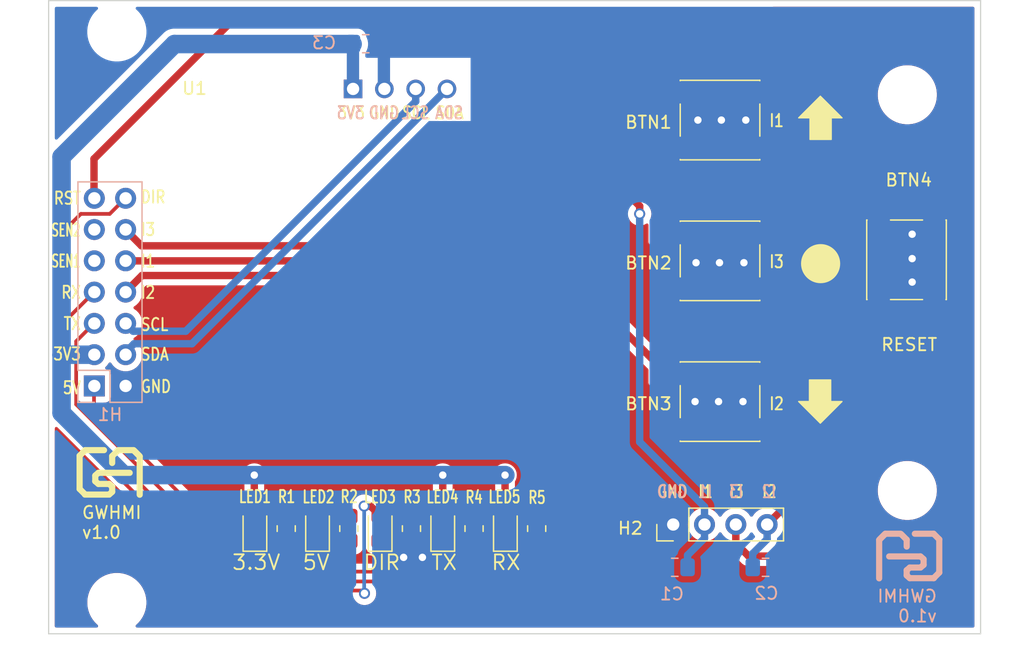
<source format=kicad_pcb>
(kicad_pcb (version 20240108) (generator "pcbnew") (generator_version "8.0")
  (layers (0 "F.Cu" signal) (31 "B.Cu" signal) (34 "B.Paste" user) (35 "F.Paste" user) (36 "B.SilkS" user "B.Silkscreen") (37 "F.SilkS" user "F.Silkscreen") (38 "B.Mask" user) (39 "F.Mask" user) (44 "Edge.Cuts" user))
  (net 0 "")
  (net 1 "I1")
  (net 2 "GND")
  (net 3 "I3")
  (net 4 "I2")
  (net 5 "RST")
  (net 6 "+3.3V")
  (net 7 "+5V")
  (net 8 "DIR")
  (net 9 "RX")
  (net 10 "SEN1")
  (net 11 "SEN2")
  (net 12 "SCL")
  (net 13 "TX")
  (net 14 "SDA")
  (net 15 "Net-(LED1-K)")
  (net 16 "Net-(LED3-K)")
  (net 17 "Net-(LED4-K)")
  (net 18 "Net-(LED5-K)")
  (net 19 "Net-(LED2-A)")
  (footprint "MountingHole:MountingHole_2.2mm_M2" (layer "F.Cu") (at 118.491 77.2966)
    (property "Reference" "REF**" (hide yes))
    (property "Value" "MountingHole_2.2mm_M2")
    (pad "" np_thru_hole circle (at 0 0) (size 2.2 2.2) (drill 2.2) (layers "F&B.Cu" "*.Mask") (clearance 1.3))
  )
  (footprint "extras:SW_SPST_PTS645_handsolder" (layer "F.Cu") (at 103.294517 47.220957)
    (property "Reference" "BTN1" (at -5.807 0.1806 0) (layer "F.SilkS"))
    (property "Value" "SW_Push_Dual")
    (fp_line (start -3.23 -3.23) (end 3.23 -3.23) (stroke (width 0.12)) (layer "F.SilkS"))
    (fp_line (start -3.23 -3.2) (end -3.23 -3.23) (stroke (width 0.12)) (layer "F.SilkS"))
    (fp_line (start -3.23 -1.3) (end -3.23 1.3) (stroke (width 0.12)) (layer "F.SilkS"))
    (fp_line (start -3.23 3.23) (end -3.23 3.2) (stroke (width 0.12)) (layer "F.SilkS"))
    (fp_line (start -3.23 3.23) (end 3.23 3.23) (stroke (width 0.12)) (layer "F.SilkS"))
    (fp_line (start 3.23 -3.23) (end 3.23 -3.2) (stroke (width 0.12)) (layer "F.SilkS"))
    (fp_line (start 3.23 -1.3) (end 3.23 1.3) (stroke (width 0.12)) (layer "F.SilkS"))
    (fp_line (start 3.23 3.23) (end 3.23 3.2) (stroke (width 0.12)) (layer "F.SilkS"))
    (pad "1" smd rect (at -4.3 -2.25) (size 2 1.3) (layers "F.Cu" "F.Paste" "F.Mask") (net 1 "I1"))
    (pad "1" smd rect (at 4.3 -2.25) (size 2 1.3) (layers "F.Cu" "F.Paste" "F.Mask") (net 1 "I1"))
    (pad "2" smd rect (at -4.3 2.25) (size 2 1.3) (layers "F.Cu" "F.Paste" "F.Mask") (net 2 "GND"))
    (pad "2" smd rect (at 4.3 2.25) (size 2 1.3) (layers "F.Cu" "F.Paste" "F.Mask") (net 2 "GND"))
  )
  (footprint "LED_SMD:LED_0805_2012Metric_Pad1.15x1.40mm_HandSolder" (layer "F.Cu") (at 70.6374 80.3685 90)
    (property "Reference" "LED2" (at 2.5487 0.077 0) (layer "F.SilkS") (effects (font (size 1 0.7))))
    (property "Value" "LED_Small")
    (fp_line (start 1 -0.96) (end -1.86 -0.96) (stroke (width 0.12)) (layer "F.SilkS"))
    (fp_line (start -1.86 -0.96) (end -1.86 0.96) (stroke (width 0.12)) (layer "F.SilkS"))
    (fp_line (start -1.86 0.96) (end 1 0.96) (stroke (width 0.12)) (layer "F.SilkS"))
    (pad "1" smd roundrect (at -1.025 0 90) (size 1.15 1.4) (layers "F.Cu" "F.Paste" "F.Mask") (roundrect_rratio 0.217391) (net 2 "GND"))
    (pad "2" smd roundrect (at 1.025 0 90) (size 1.15 1.4) (layers "F.Cu" "F.Paste" "F.Mask") (roundrect_rratio 0.217391) (net 19 "Net-(LED2-A)"))
  )
  (footprint "Resistor_SMD:R_0805_2012Metric_Pad1.20x1.40mm_HandSolder" (layer "F.Cu") (at 88.4174 80.391 -90)
    (property "Reference" "R5" (at -2.5204 -0.0258 180) (layer "F.SilkS") (effects (font (size 1 0.7))))
    (property "Value" "R_Small")
    (fp_line (start -0.227064 0.735) (end 0.227064 0.735) (stroke (width 0.12)) (layer "F.SilkS"))
    (fp_line (start -0.227064 -0.735) (end 0.227064 -0.735) (stroke (width 0.12)) (layer "F.SilkS"))
    (pad "1" smd roundrect (at -1 0 270) (size 1.2 1.4) (layers "F.Cu" "F.Paste" "F.Mask") (roundrect_rratio 0.208333) (net 9 "RX"))
    (pad "2" smd roundrect (at 1 0 270) (size 1.2 1.4) (layers "F.Cu" "F.Paste" "F.Mask") (roundrect_rratio 0.208333) (net 18 "Net-(LED5-K)"))
  )
  (footprint "MountingHole:MountingHole_2.2mm_M2" (layer "F.Cu") (at 54.356 40.0602)
    (property "Reference" "REF**" (hide yes))
    (property "Value" "MountingHole_2.2mm_M2")
    (pad "" np_thru_hole circle (at 0 0) (size 2.2 2.2) (drill 2.2) (layers "F&B.Cu" "*.Mask") (clearance 1.3))
  )
  (footprint "Resistor_SMD:R_0805_2012Metric_Pad1.20x1.40mm_HandSolder" (layer "F.Cu") (at 68.0974 80.391 -90)
    (property "Reference" "R1" (at -2.5908 -0.0258 180) (layer "F.SilkS") (effects (font (size 1 0.7))))
    (property "Value" "R_Small")
    (fp_line (start -0.227064 0.735) (end 0.227064 0.735) (stroke (width 0.12)) (layer "F.SilkS"))
    (fp_line (start -0.227064 -0.735) (end 0.227064 -0.735) (stroke (width 0.12)) (layer "F.SilkS"))
    (pad "1" smd roundrect (at -1 0 270) (size 1.2 1.4) (layers "F.Cu" "F.Paste" "F.Mask") (roundrect_rratio 0.208333) (net 2 "GND"))
    (pad "2" smd roundrect (at 1 0 270) (size 1.2 1.4) (layers "F.Cu" "F.Paste" "F.Mask") (roundrect_rratio 0.208333) (net 15 "Net-(LED1-K)"))
  )
  (footprint "Resistor_SMD:R_0805_2012Metric_Pad1.20x1.40mm_HandSolder" (layer "F.Cu") (at 78.2574 80.391 90)
    (property "Reference" "R3" (at 2.5712 0.0512 0) (layer "F.SilkS") (effects (font (size 1 0.7))))
    (property "Value" "R_Small")
    (fp_line (start -0.227064 -0.735) (end 0.227064 -0.735) (stroke (width 0.12)) (layer "F.SilkS"))
    (fp_line (start -0.227064 0.735) (end 0.227064 0.735) (stroke (width 0.12)) (layer "F.SilkS"))
    (pad "1" smd roundrect (at -1 0 90) (size 1.2 1.4) (layers "F.Cu" "F.Paste" "F.Mask") (roundrect_rratio 0.208333) (net 2 "GND"))
    (pad "2" smd roundrect (at 1 0 90) (size 1.2 1.4) (layers "F.Cu" "F.Paste" "F.Mask") (roundrect_rratio 0.208333) (net 16 "Net-(LED3-K)"))
  )
  (footprint "Connector_PinHeader_2.54mm:PinHeader_1x04_P2.54mm_Vertical" (layer "F.Cu") (at 99.4957 80.0608 90)
    (property "Reference" "H2" (at -0.3048 -3.4798 0) (layer "F.SilkS"))
    (property "Value" "Conn_01x04")
    (fp_line (start -1.33 -1.33) (end 0 -1.33) (stroke (width 0.12)) (layer "F.SilkS"))
    (fp_line (start -1.33 0) (end -1.33 -1.33) (stroke (width 0.12)) (layer "F.SilkS"))
    (fp_line (start 1.33 1.27) (end 1.33 8.95) (stroke (width 0.12)) (layer "F.SilkS"))
    (fp_line (start -1.33 1.27) (end 1.33 1.27) (stroke (width 0.12)) (layer "F.SilkS"))
    (fp_line (start -1.33 1.27) (end -1.33 8.95) (stroke (width 0.12)) (layer "F.SilkS"))
    (fp_line (start -1.33 8.95) (end 1.33 8.95) (stroke (width 0.12)) (layer "F.SilkS"))
    (pad "1" thru_hole rect (at 0 0 90) (size 1.7 1.7) (drill 1) (layers "*.Cu" "*.Mask") (net 2 "GND"))
    (pad "2" thru_hole oval (at 0 2.54 90) (size 1.7 1.7) (drill 1) (layers "*.Cu" "*.Mask") (net 1 "I1"))
    (pad "3" thru_hole oval (at 0 5.08 90) (size 1.7 1.7) (drill 1) (layers "*.Cu" "*.Mask") (net 3 "I3"))
    (pad "4" thru_hole oval (at 0 7.62 90) (size 1.7 1.7) (drill 1) (layers "*.Cu" "*.Mask") (net 4 "I2"))
  )
  (footprint "MountingHole:MountingHole_2.2mm_M2" (layer "F.Cu") (at 118.491 45.1656)
    (property "Reference" "REF**" (hide yes))
    (property "Value" "MountingHole_2.2mm_M2")
    (pad "" np_thru_hole circle (at 0 0) (size 2.2 2.2) (drill 2.2) (layers "F&B.Cu" "*.Mask") (clearance 1.3))
  )
  (footprint "extras:SW_SPST_PTS645_handsolder" (layer "F.Cu") (at 103.294517 70.080957)
    (property "Reference" "BTN3" (at -5.807 0.1806 0) (layer "F.SilkS"))
    (property "Value" "SW_Push_Dual")
    (fp_line (start -3.23 -3.23) (end 3.23 -3.23) (stroke (width 0.12)) (layer "F.SilkS"))
    (fp_line (start -3.23 -3.2) (end -3.23 -3.23) (stroke (width 0.12)) (layer "F.SilkS"))
    (fp_line (start -3.23 -1.3) (end -3.23 1.3) (stroke (width 0.12)) (layer "F.SilkS"))
    (fp_line (start -3.23 3.23) (end -3.23 3.2) (stroke (width 0.12)) (layer "F.SilkS"))
    (fp_line (start -3.23 3.23) (end 3.23 3.23) (stroke (width 0.12)) (layer "F.SilkS"))
    (fp_line (start 3.23 -3.23) (end 3.23 -3.2) (stroke (width 0.12)) (layer "F.SilkS"))
    (fp_line (start 3.23 -1.3) (end 3.23 1.3) (stroke (width 0.12)) (layer "F.SilkS"))
    (fp_line (start 3.23 3.23) (end 3.23 3.2) (stroke (width 0.12)) (layer "F.SilkS"))
    (pad "1" smd rect (at -4.3 -2.25) (size 2 1.3) (layers "F.Cu" "F.Paste" "F.Mask") (net 4 "I2"))
    (pad "1" smd rect (at 4.3 -2.25) (size 2 1.3) (layers "F.Cu" "F.Paste" "F.Mask") (net 4 "I2"))
    (pad "2" smd rect (at -4.3 2.25) (size 2 1.3) (layers "F.Cu" "F.Paste" "F.Mask") (net 2 "GND"))
    (pad "2" smd rect (at 4.3 2.25) (size 2 1.3) (layers "F.Cu" "F.Paste" "F.Mask") (net 2 "GND"))
  )
  (footprint "Resistor_SMD:R_0805_2012Metric_Pad1.20x1.40mm_HandSolder" (layer "F.Cu") (at 83.3374 80.391 90)
    (property "Reference" "R4" (at 2.5409 0.0008 0) (layer "F.SilkS") (effects (font (size 1 0.7))))
    (property "Value" "R_Small")
    (fp_line (start -0.227064 -0.735) (end 0.227064 -0.735) (stroke (width 0.12)) (layer "F.SilkS"))
    (fp_line (start -0.227064 0.735) (end 0.227064 0.735) (stroke (width 0.12)) (layer "F.SilkS"))
    (pad "1" smd roundrect (at -1 0 90) (size 1.2 1.4) (layers "F.Cu" "F.Paste" "F.Mask") (roundrect_rratio 0.208333) (net 13 "TX"))
    (pad "2" smd roundrect (at 1 0 90) (size 1.2 1.4) (layers "F.Cu" "F.Paste" "F.Mask") (roundrect_rratio 0.208333) (net 17 "Net-(LED4-K)"))
  )
  (footprint "LED_SMD:LED_0805_2012Metric_Pad1.15x1.40mm_HandSolder" (layer "F.Cu") (at 65.557 80.3685 90)
    (property "Reference" "LED1" (at 2.5683 0.0004 0) (layer "F.SilkS") (effects (font (size 1 0.7))))
    (property "Value" "LED_Small")
    (fp_line (start 1 -0.96) (end -1.86 -0.96) (stroke (width 0.12)) (layer "F.SilkS"))
    (fp_line (start -1.86 -0.96) (end -1.86 0.96) (stroke (width 0.12)) (layer "F.SilkS"))
    (fp_line (start -1.86 0.96) (end 1 0.96) (stroke (width 0.12)) (layer "F.SilkS"))
    (pad "1" smd roundrect (at -1.025 0 90) (size 1.15 1.4) (layers "F.Cu" "F.Paste" "F.Mask") (roundrect_rratio 0.217391) (net 15 "Net-(LED1-K)"))
    (pad "2" smd roundrect (at 1.025 0 90) (size 1.15 1.4) (layers "F.Cu" "F.Paste" "F.Mask") (roundrect_rratio 0.217391) (net 6 "+3.3V"))
  )
  (footprint "extras:SW_SPST_PTS645_handsolder" (layer "F.Cu") (at 118.4254 58.565 90)
    (property "Reference" "BTN4" (at 6.477 0.1778 180) (layer "F.SilkS"))
    (property "Value" "SW_Push_Dual")
    (fp_line (start 3.23 -3.23) (end 3.23 -3.2) (stroke (width 0.12)) (layer "F.SilkS"))
    (fp_line (start -3.23 -3.23) (end 3.23 -3.23) (stroke (width 0.12)) (layer "F.SilkS"))
    (fp_line (start -3.23 -3.2) (end -3.23 -3.23) (stroke (width 0.12)) (layer "F.SilkS"))
    (fp_line (start 3.23 -1.3) (end 3.23 1.3) (stroke (width 0.12)) (layer "F.SilkS"))
    (fp_line (start -3.23 -1.3) (end -3.23 1.3) (stroke (width 0.12)) (layer "F.SilkS"))
    (fp_line (start 3.23 3.23) (end 3.23 3.2) (stroke (width 0.12)) (layer "F.SilkS"))
    (fp_line (start -3.23 3.23) (end -3.23 3.2) (stroke (width 0.12)) (layer "F.SilkS"))
    (fp_line (start -3.23 3.23) (end 3.23 3.23) (stroke (width 0.12)) (layer "F.SilkS"))
    (pad "1" smd rect (at -4.3 -2.25 90) (size 2 1.3) (layers "F.Cu" "F.Paste" "F.Mask") (net 5 "RST"))
    (pad "1" smd rect (at 4.3 -2.25 90) (size 2 1.3) (layers "F.Cu" "F.Paste" "F.Mask") (net 5 "RST"))
    (pad "2" smd rect (at -4.3 2.25 90) (size 2 1.3) (layers "F.Cu" "F.Paste" "F.Mask") (net 2 "GND"))
    (pad "2" smd rect (at 4.3 2.25 90) (size 2 1.3) (layers "F.Cu" "F.Paste" "F.Mask") (net 2 "GND"))
  )
  (footprint "MountingHole:MountingHole_2.2mm_M2" (layer "F.Cu") (at 54.356 86.3898)
    (property "Reference" "REF**" (hide yes))
    (property "Value" "MountingHole_2.2mm_M2")
    (pad "" np_thru_hole circle (at 0 0) (size 2.2 2.2) (drill 2.2) (layers "F&B.Cu" "*.Mask") (clearance 1.3))
  )
  (footprint "extras:display_oled_128x64_i2c" (layer "F.Cu") (at 77.3308 56.1905)
    (property "Reference" "U1" (at -16.6756 -11.5373 0) (layer "F.SilkS"))
    (property "Value" "DM-OLED096-636")
    (pad "1" thru_hole rect (at -3.81 -11.5) (size 1.508 1.508) (drill 1) (layers "*.Cu" "*.Mask") (net 6 "+3.3V"))
    (pad "2" thru_hole circle (at -1.27 -11.5) (size 1.508 1.508) (drill 1) (layers "*.Cu" "*.Mask") (net 2 "GND"))
    (pad "3" thru_hole circle (at 1.27 -11.5) (size 1.508 1.508) (drill 1) (layers "*.Cu" "*.Mask") (net 12 "SCL"))
    (pad "4" thru_hole circle (at 3.81 -11.5) (size 1.508 1.508) (drill 1) (layers "*.Cu" "*.Mask") (net 14 "SDA"))
  )
  (footprint "LED_SMD:LED_0805_2012Metric_Pad1.15x1.40mm_HandSolder" (layer "F.Cu") (at 85.8774 80.3685 90)
    (property "Reference" "LED5" (at 2.5487 -0.0754 0) (layer "F.SilkS") (effects (font (size 1 0.7))))
    (property "Value" "LED_Small")
    (fp_line (start 1 -0.96) (end -1.86 -0.96) (stroke (width 0.12)) (layer "F.SilkS"))
    (fp_line (start -1.86 -0.96) (end -1.86 0.96) (stroke (width 0.12)) (layer "F.SilkS"))
    (fp_line (start -1.86 0.96) (end 1 0.96) (stroke (width 0.12)) (layer "F.SilkS"))
    (pad "1" smd roundrect (at -1.025 0 90) (size 1.15 1.4) (layers "F.Cu" "F.Paste" "F.Mask") (roundrect_rratio 0.217391) (net 18 "Net-(LED5-K)"))
    (pad "2" smd roundrect (at 1.025 0 90) (size 1.15 1.4) (layers "F.Cu" "F.Paste" "F.Mask") (roundrect_rratio 0.217391) (net 6 "+3.3V"))
  )
  (footprint "extras:SW_SPST_PTS645_handsolder" (layer "F.Cu") (at 103.294517 58.650957)
    (property "Reference" "BTN2" (at -5.807 0.1806 0) (layer "F.SilkS"))
    (property "Value" "SW_Push_Dual")
    (fp_line (start -3.23 -3.23) (end 3.23 -3.23) (stroke (width 0.12)) (layer "F.SilkS"))
    (fp_line (start -3.23 -3.2) (end -3.23 -3.23) (stroke (width 0.12)) (layer "F.SilkS"))
    (fp_line (start -3.23 -1.3) (end -3.23 1.3) (stroke (width 0.12)) (layer "F.SilkS"))
    (fp_line (start -3.23 3.23) (end -3.23 3.2) (stroke (width 0.12)) (layer "F.SilkS"))
    (fp_line (start -3.23 3.23) (end 3.23 3.23) (stroke (width 0.12)) (layer "F.SilkS"))
    (fp_line (start 3.23 -3.23) (end 3.23 -3.2) (stroke (width 0.12)) (layer "F.SilkS"))
    (fp_line (start 3.23 -1.3) (end 3.23 1.3) (stroke (width 0.12)) (layer "F.SilkS"))
    (fp_line (start 3.23 3.23) (end 3.23 3.2) (stroke (width 0.12)) (layer "F.SilkS"))
    (pad "1" smd rect (at -4.3 -2.25) (size 2 1.3) (layers "F.Cu" "F.Paste" "F.Mask") (net 3 "I3"))
    (pad "1" smd rect (at 4.3 -2.25) (size 2 1.3) (layers "F.Cu" "F.Paste" "F.Mask") (net 3 "I3"))
    (pad "2" smd rect (at -4.3 2.25) (size 2 1.3) (layers "F.Cu" "F.Paste" "F.Mask") (net 2 "GND"))
    (pad "2" smd rect (at 4.3 2.25) (size 2 1.3) (layers "F.Cu" "F.Paste" "F.Mask") (net 2 "GND"))
  )
  (footprint "Resistor_SMD:R_0805_2012Metric_Pad1.20x1.40mm_HandSolder" (layer "F.Cu") (at 73.1774 80.391 -90)
    (property "Reference" "R2" (at -2.5917 -0.0262 180) (layer "F.SilkS") (effects (font (size 1 0.7))))
    (property "Value" "R_Small")
    (fp_line (start -0.227064 0.735) (end 0.227064 0.735) (stroke (width 0.12)) (layer "F.SilkS"))
    (fp_line (start -0.227064 -0.735) (end 0.227064 -0.735) (stroke (width 0.12)) (layer "F.SilkS"))
    (pad "1" smd roundrect (at -1 0 270) (size 1.2 1.4) (layers "F.Cu" "F.Paste" "F.Mask") (roundrect_rratio 0.208333) (net 19 "Net-(LED2-A)"))
    (pad "2" smd roundrect (at 1 0 270) (size 1.2 1.4) (layers "F.Cu" "F.Paste" "F.Mask") (roundrect_rratio 0.208333) (net 7 "+5V"))
  )
  (footprint "LED_SMD:LED_0805_2012Metric_Pad1.15x1.40mm_HandSolder" (layer "F.Cu") (at 75.7174 80.3685 90)
    (property "Reference" "LED3" (at 2.5487 -0.0246 0) (layer "F.SilkS") (effects (font (size 1 0.7))))
    (property "Value" "LED_Small")
    (fp_line (start 1 -0.96) (end -1.86 -0.96) (stroke (width 0.12)) (layer "F.SilkS"))
    (fp_line (start -1.86 -0.96) (end -1.86 0.96) (stroke (width 0.12)) (layer "F.SilkS"))
    (fp_line (start -1.86 0.96) (end 1 0.96) (stroke (width 0.12)) (layer "F.SilkS"))
    (pad "1" smd roundrect (at -1.025 0 90) (size 1.15 1.4) (layers "F.Cu" "F.Paste" "F.Mask") (roundrect_rratio 0.217391) (net 16 "Net-(LED3-K)"))
    (pad "2" smd roundrect (at 1.025 0 90) (size 1.15 1.4) (layers "F.Cu" "F.Paste" "F.Mask") (roundrect_rratio 0.217391) (net 8 "DIR"))
  )
  (footprint "LED_SMD:LED_0805_2012Metric_Pad1.15x1.40mm_HandSolder" (layer "F.Cu") (at 80.7974 80.3685 90)
    (property "Reference" "LED4" (at 2.5487 -0.0246 0) (layer "F.SilkS") (effects (font (size 1 0.7))))
    (property "Value" "LED_Small")
    (fp_line (start 1 -0.96) (end -1.86 -0.96) (stroke (width 0.12)) (layer "F.SilkS"))
    (fp_line (start -1.86 -0.96) (end -1.86 0.96) (stroke (width 0.12)) (layer "F.SilkS"))
    (fp_line (start -1.86 0.96) (end 1 0.96) (stroke (width 0.12)) (layer "F.SilkS"))
    (pad "1" smd roundrect (at -1.025 0 90) (size 1.15 1.4) (layers "F.Cu" "F.Paste" "F.Mask") (roundrect_rratio 0.217391) (net 17 "Net-(LED4-K)"))
    (pad "2" smd roundrect (at 1.025 0 90) (size 1.15 1.4) (layers "F.Cu" "F.Paste" "F.Mask") (roundrect_rratio 0.217391) (net 6 "+3.3V"))
  )
  (footprint "Connector_PinHeader_2.54mm:PinHeader_2x07_P2.54mm_Vertical" (layer "B.Cu") (at 52.5272 68.8086)
    (property "Reference" "H1" (at 1.27 2.33 0) (layer "B.SilkS") (effects (justify mirror)))
    (property "Value" "Conn_02x07_Odd_Even")
    (fp_line (start -1.33 -16.57) (end -1.33 -1.27) (stroke (width 0.12)) (layer "B.SilkS"))
    (fp_line (start -1.33 1.33) (end -1.33 0) (stroke (width 0.12)) (layer "B.SilkS"))
    (fp_line (start 0 1.33) (end -1.33 1.33) (stroke (width 0.12)) (layer "B.SilkS"))
    (fp_line (start 1.27 -1.27) (end -1.33 -1.27) (stroke (width 0.12)) (layer "B.SilkS"))
    (fp_line (start 1.27 1.33) (end 1.27 -1.27) (stroke (width 0.12)) (layer "B.SilkS"))
    (fp_line (start 3.87 -16.57) (end -1.33 -16.57) (stroke (width 0.12)) (layer "B.SilkS"))
    (fp_line (start 3.87 -16.57) (end 3.87 1.33) (stroke (width 0.12)) (layer "B.SilkS"))
    (fp_line (start 3.87 1.33) (end 1.27 1.33) (stroke (width 0.12)) (layer "B.SilkS"))
    (pad "1" thru_hole rect (at 0 0) (size 1.7 1.7) (drill 1) (layers "*.Cu" "*.Mask") (net 7 "+5V"))
    (pad "2" thru_hole oval (at 2.54 0) (size 1.7 1.7) (drill 1) (layers "*.Cu" "*.Mask") (net 2 "GND"))
    (pad "3" thru_hole oval (at 0 -2.54) (size 1.7 1.7) (drill 1) (layers "*.Cu" "*.Mask") (net 6 "+3.3V"))
    (pad "4" thru_hole oval (at 2.54 -2.54) (size 1.7 1.7) (drill 1) (layers "*.Cu" "*.Mask") (net 14 "SDA"))
    (pad "5" thru_hole oval (at 0 -5.08) (size 1.7 1.7) (drill 1) (layers "*.Cu" "*.Mask") (net 13 "TX"))
    (pad "6" thru_hole oval (at 2.54 -5.08) (size 1.7 1.7) (drill 1) (layers "*.Cu" "*.Mask") (net 12 "SCL"))
    (pad "7" thru_hole oval (at 0 -7.62) (size 1.7 1.7) (drill 1) (layers "*.Cu" "*.Mask") (net 9 "RX"))
    (pad "8" thru_hole oval (at 2.54 -7.62) (size 1.7 1.7) (drill 1) (layers "*.Cu" "*.Mask") (net 4 "I2"))
    (pad "9" thru_hole oval (at 0 -10.16) (size 1.7 1.7) (drill 1) (layers "*.Cu" "*.Mask") (net 10 "SEN1"))
    (pad "10" thru_hole oval (at 2.54 -10.16) (size 1.7 1.7) (drill 1) (layers "*.Cu" "*.Mask") (net 1 "I1"))
    (pad "11" thru_hole oval (at 0 -12.7) (size 1.7 1.7) (drill 1) (layers "*.Cu" "*.Mask") (net 11 "SEN2"))
    (pad "12" thru_hole oval (at 2.54 -12.7) (size 1.7 1.7) (drill 1) (layers "*.Cu" "*.Mask") (net 3 "I3"))
    (pad "13" thru_hole oval (at 0 -15.24) (size 1.7 1.7) (drill 1) (layers "*.Cu" "*.Mask") (net 5 "RST"))
    (pad "14" thru_hole oval (at 2.54 -15.24) (size 1.7 1.7) (drill 1) (layers "*.Cu" "*.Mask") (net 8 "DIR"))
  )
  (footprint "Capacitor_SMD:C_0805_2012Metric_Pad1.18x1.45mm_HandSolder" (layer "B.Cu") (at 99.6227 83.5345)
    (property "Reference" "C1" (at -0.2325 2.1651 0) (layer "B.SilkS") (effects (justify mirror)))
    (property "Value" "C_Small")
    (fp_line (start 0.261252 -0.735) (end -0.261252 -0.735) (stroke (width 0.12)) (layer "B.SilkS"))
    (fp_line (start 0.261252 0.735) (end -0.261252 0.735) (stroke (width 0.12)) (layer "B.SilkS"))
    (pad "1" smd roundrect (at -1.0375 0) (size 1.175 1.45) (layers "B.Cu" "B.Paste" "B.Mask") (roundrect_rratio 0.212766) (net 2 "GND"))
    (pad "2" smd roundrect (at 1.0375 0) (size 1.175 1.45) (layers "B.Cu" "B.Paste" "B.Mask") (roundrect_rratio 0.212766) (net 1 "I1"))
  )
  (footprint "Capacitor_SMD:C_0805_2012Metric_Pad1.18x1.45mm_HandSolder" (layer "B.Cu") (at 74.549 41.021 180)
    (property "Reference" "C3" (at 3.3782 0.0762 180) (layer "B.SilkS") (effects (justify mirror)))
    (property "Value" "C_Small")
    (fp_line (start 0.261252 0.735) (end -0.261252 0.735) (stroke (width 0.12)) (layer "B.SilkS"))
    (fp_line (start 0.261252 -0.735) (end -0.261252 -0.735) (stroke (width 0.12)) (layer "B.SilkS"))
    (pad "1" smd roundrect (at -1.0375 0 180) (size 1.175 1.45) (layers "B.Cu" "B.Paste" "B.Mask") (roundrect_rratio 0.212766) (net 2 "GND"))
    (pad "2" smd roundrect (at 1.0375 0 180) (size 1.175 1.45) (layers "B.Cu" "B.Paste" "B.Mask") (roundrect_rratio 0.212766) (net 6 "+3.3V"))
  )
  (footprint "Capacitor_SMD:C_0805_2012Metric_Pad1.18x1.45mm_HandSolder" (layer "B.Cu") (at 106.9887 83.5345 180)
    (property "Reference" "C2" (at -0.0723 -2.1143 180) (layer "B.SilkS") (effects (justify mirror)))
    (property "Value" "C_Small")
    (fp_line (start 0.261252 0.735) (end -0.261252 0.735) (stroke (width 0.12)) (layer "B.SilkS"))
    (fp_line (start 0.261252 -0.735) (end -0.261252 -0.735) (stroke (width 0.12)) (layer "B.SilkS"))
    (pad "1" smd roundrect (at -1.0375 0 180) (size 1.175 1.45) (layers "B.Cu" "B.Paste" "B.Mask") (roundrect_rratio 0.212766) (net 2 "GND"))
    (pad "2" smd roundrect (at 1.0375 0 180) (size 1.175 1.45) (layers "B.Cu" "B.Paste" "B.Mask") (roundrect_rratio 0.212766) (net 4 "I2"))
  )
  (gr_line (start 120.65 84.4169) (end 118.6942 84.4169) (stroke (width 0.5)) (layer "B.SilkS"))
  (gr_line (start 118.4402 81.2927) (end 117.983 80.8355) (stroke (width 0.5)) (layer "B.SilkS"))
  (gr_line (start 116.248733 81.269014) (end 116.705933 80.811814) (stroke (width 0.5)) (layer "B.SilkS"))
  (gr_line (start 119.5578 82.6516) (end 117.0178 82.6516) (stroke (width 0.5)) (layer "B.SilkS"))
  (gr_line (start 119.8118 82.8675) (end 119.5578 82.6516) (stroke (width 0.5)) (layer "B.SilkS"))
  (gr_line (start 119.8118 83.3374) (end 119.8118 82.9056) (stroke (width 0.5)) (layer "B.SilkS"))
  (gr_line (start 118.4402 84.1756) (end 118.4402 83.7692) (stroke (width 0.5)) (layer "B.SilkS"))
  (gr_line (start 116.205 84.4296) (end 116.205 81.33715) (stroke (width 0.5)) (layer "B.SilkS"))
  (gr_line (start 119.5578 83.5533) (end 119.8118 83.3374) (stroke (width 0.5)) (layer "B.SilkS"))
  (gr_line (start 117.9322 80.8101) (end 116.713 80.8101) (stroke (width 0.5)) (layer "B.SilkS"))
  (gr_line (start 116.205 81.3054) (end 116.6622 80.8482) (stroke (width 0.5)) (layer "B.SilkS"))
  (gr_line (start 118.6942 84.4169) (end 118.4402 84.201) (stroke (width 0.5)) (layer "B.SilkS"))
  (gr_line (start 118.4402 81.8515) (end 118.4402 81.2927) (stroke (width 0.5)) (layer "B.SilkS"))
  (gr_line (start 119.5578 83.5533) (end 118.6942 83.5533) (stroke (width 0.5)) (layer "B.SilkS"))
  (gr_line (start 121.0818 81.2673) (end 120.6246 80.8101) (stroke (width 0.5)) (layer "B.SilkS"))
  (gr_line (start 121.0818 83.9597) (end 121.0818 81.2673) (stroke (width 0.5)) (layer "B.SilkS"))
  (gr_line (start 120.6246 80.8101) (end 119.1006 80.8101) (stroke (width 0.5)) (layer "B.SilkS"))
  (gr_line (start 118.4402 83.7692) (end 118.6942 83.5533) (stroke (width 0.5)) (layer "B.SilkS"))
  (gr_line (start 120.6246 84.4169) (end 121.0818 83.9597) (stroke (width 0.5)) (layer "B.SilkS"))
  (gr_line (start 53.975 76.98105) (end 53.975 77.38745) (stroke (width 0.5)) (layer "F.SilkS"))
  (gr_line (start 51.7906 74.02195) (end 51.3334 74.47915) (stroke (width 0.5)) (layer "F.SilkS"))
  (gr_line (start 53.975 77.41285) (end 53.721 77.62875) (stroke (width 0.5)) (layer "F.SilkS"))
  (gr_line (start 53.3146 74.02195) (end 51.7906 74.02195) (stroke (width 0.5)) (layer "F.SilkS"))
  (gr_line (start 52.6034 76.54925) (end 52.8574 76.76515) (stroke (width 0.5)) (layer "F.SilkS"))
  (gr_line (start 56.2102 74.549) (end 56.2102 77.64145) (stroke (width 0.5)) (layer "F.SilkS"))
  (gr_line (start 55.709267 74.023664) (end 56.166467 74.480864) (stroke (width 0.5)) (layer "F.SilkS"))
  (gr_line (start 55.7022 74.02195) (end 54.483 74.02195) (stroke (width 0.5)) (layer "F.SilkS"))
  (gr_line (start 52.8574 75.86345) (end 52.6034 76.07935) (stroke (width 0.5)) (layer "F.SilkS"))
  (gr_rect (start 110.54723 68.31957) (end 112.27443 70.04677) (stroke (width 0.1)) (fill solid) (layer "F.SilkS"))
  (gr_circle (center 111.4552 58.8772) (end 112.54286 59.96486) (stroke (width 0.1)) (fill solid) (layer "F.SilkS"))
  (gr_line (start 53.721 76.76515) (end 52.8574 76.76515) (stroke (width 0.5)) (layer "F.SilkS"))
  (gr_line (start 52.6034 76.11745) (end 52.6034 76.54925) (stroke (width 0.5)) (layer "F.SilkS"))
  (gr_line (start 53.721 77.62875) (end 51.7652 77.62875) (stroke (width 0.5)) (layer "F.SilkS"))
  (gr_line (start 54.4322 74.04735) (end 53.975 74.50455) (stroke (width 0.5)) (layer "F.SilkS"))
  (gr_line (start 55.3974 75.86345) (end 52.8574 75.86345) (stroke (width 0.5)) (layer "F.SilkS"))
  (gr_line (start 51.3334 74.47915) (end 51.3334 77.17155) (stroke (width 0.5)) (layer "F.SilkS"))
  (gr_line (start 53.721 76.76515) (end 53.975 76.98105) (stroke (width 0.5)) (layer "F.SilkS"))
  (gr_rect (start 110.5916 47.0662) (end 112.3188 48.7934) (stroke (width 0.1)) (fill solid) (layer "F.SilkS"))
  (gr_line (start 53.975 74.50455) (end 53.975 75.06335) (stroke (width 0.5)) (layer "F.SilkS"))
  (gr_line (start 55.753 74.06005) (end 56.2102 74.51725) (stroke (width 0.5)) (layer "F.SilkS"))
  (gr_line (start 51.3334 77.17155) (end 51.7906 77.62875) (stroke (width 0.5)) (layer "F.SilkS"))
  (gr_poly (pts (xy 109.672914 47.0408) (xy 113.19526 47.0408) (xy 111.434087 45.279627)) (stroke (width 0.1)) (fill solid) (layer "F.SilkS"))
  (gr_poly (pts (xy 113.193116 70.07217) (xy 109.67077 70.07217) (xy 111.431943 71.833343)) (stroke (width 0.1)) (fill solid) (layer "F.SilkS"))
  (gr_line (start 124.4346 37.5202) (end 124.4346 88.9298) (stroke (width 0.1)) (layer "Edge.Cuts"))
  (gr_line (start 48.8188 37.5202) (end 124.4346 37.5202) (stroke (width 0.1)) (layer "Edge.Cuts"))
  (gr_line (start 48.8188 88.9298) (end 48.8188 37.5202) (stroke (width 0.1)) (layer "Edge.Cuts"))
  (gr_line (start 124.4346 88.9298) (end 48.8188 88.9298) (stroke (width 0.1)) (layer "Edge.Cuts"))
  (gr_text "SCL" (at 77.370782 47.2186 -0) (layer "B.SilkS") (effects (font (size 1 0.8)) (justify right bottom mirror)))
  (gr_text "SDA" (at 80.088582 47.2186 -0) (layer "B.SilkS") (effects (font (size 1 0.8)) (justify right bottom mirror)))
  (gr_text "I2" (at 106.593344 77.978 -0) (layer "B.SilkS") (effects (font (size 1 0.8)) (justify right bottom mirror)))
  (gr_text "GND" (at 74.703782 47.2186 -0) (layer "B.SilkS") (effects (font (size 1 0.8)) (justify right bottom mirror)))
  (gr_text "GWHMI\nv1.0" (at 120.9802 88.0745 -0) (layer "B.SilkS") (effects (font (size 1 1)) (justify left bottom mirror)))
  (gr_text "GND" (at 98.084344 77.978 -0) (layer "B.SilkS") (effects (font (size 1 0.8)) (justify right bottom mirror)))
  (gr_text "3V3" (at 72.112982 47.2186 -0) (layer "B.SilkS") (effects (font (size 1 0.8)) (justify right bottom mirror)))
  (gr_text "I1" (at 101.411744 77.978 -0) (layer "B.SilkS") (effects (font (size 1 0.8)) (justify right bottom mirror)))
  (gr_text "I3" (at 103.926344 77.978 -0) (layer "B.SilkS") (effects (font (size 1 0.8)) (justify right bottom mirror)))
  (gr_text "SCL" (at 77.4192 47.2186 0) (layer "F.SilkS") (effects (font (size 1 0.8)) (justify left bottom)))
  (gr_text "I1" (at 101.4476 77.978 0) (layer "F.SilkS") (effects (font (size 1 0.8)) (justify left bottom)))
  (gr_text "5V" (at 69.342 83.8454 0) (layer "F.SilkS") (effects (font (size 1.2 1.2)) (justify left bottom)))
  (gr_text "3.3V" (at 63.6266 83.8344 0) (layer "F.SilkS") (effects (font (size 1.2 1.2)) (justify left bottom)))
  (gr_text "TX" (at 79.7814 83.8454 0) (layer "F.SilkS") (effects (font (size 1.2 1.2)) (justify left bottom)))
  (gr_text "I2" (at 56.2102 61.7982 0) (layer "F.SilkS") (effects (font (size 1 0.8)) (justify left bottom)))
  (gr_text "5V\n" (at 49.877867 69.5452 -0) (layer "F.SilkS") (effects (font (size 1 0.8)) (justify left bottom)))
  (gr_text "I2" (at 107.2134 70.8406 0) (layer "F.SilkS") (effects (font (size 1 0.8)) (justify left bottom)))
  (gr_text "RX" (at 49.763581 61.7982 -0) (layer "F.SilkS") (effects (font (size 1 0.8)) (justify left bottom)))
  (gr_text "SEN1" (at 48.9712 59.2582 -0) (layer "F.SilkS") (effects (font (size 1 0.6)) (justify left bottom)))
  (gr_text "I1" (at 56.2102 59.2582 0) (layer "F.SilkS") (effects (font (size 1 0.8)) (justify left bottom)))
  (gr_text "3V3" (at 72.1614 47.2186 0) (layer "F.SilkS") (effects (font (size 1 0.8)) (justify left bottom)))
  (gr_text "RX" (at 84.6582 83.8454 0) (layer "F.SilkS") (effects (font (size 1.2 1.2)) (justify left bottom)))
  (gr_text "I3" (at 56.2102 56.6928 0) (layer "F.SilkS") (effects (font (size 1 0.8)) (justify left bottom)))
  (gr_text "I3" (at 107.2134 59.309 0) (layer "F.SilkS") (effects (font (size 1 0.8)) (justify left bottom)))
  (gr_text "SDA" (at 56.2102 66.8274 -0) (layer "F.SilkS") (effects (font (size 1 0.8)) (justify left bottom)))
  (gr_text "3V3" (at 49.115962 66.802 -0) (layer "F.SilkS") (effects (font (size 1 0.8)) (justify left bottom)))
  (gr_text "SDA" (at 80.137 47.2186 0) (layer "F.SilkS") (effects (font (size 1 0.8)) (justify left bottom)))
  (gr_text "GND" (at 98.1202 77.978 0) (layer "F.SilkS") (effects (font (size 1 0.8)) (justify left bottom)))
  (gr_text "GWHMI\nv1.0" (at 51.435 81.28635 0) (layer "F.SilkS") (effects (font (size 1 1)) (justify left bottom)))
  (gr_text "I1" (at 107.2134 47.8536 0) (layer "F.SilkS") (effects (font (size 1 0.8)) (justify left bottom)))
  (gr_text "DIR" (at 74.2696 83.8454 0) (layer "F.SilkS") (effects (font (size 1.2 1.2)) (justify left bottom)))
  (gr_text "I2" (at 106.6292 77.978 0) (layer "F.SilkS") (effects (font (size 1 0.8)) (justify left bottom)))
  (gr_text "GND" (at 74.7522 47.2186 0) (layer "F.SilkS") (effects (font (size 1 0.8)) (justify left bottom)))
  (gr_text "SEN2" (at 48.9712 56.7436 -0) (layer "F.SilkS") (effects (font (size 1 0.6)) (justify left bottom)))
  (gr_text "TX" (at 49.954057 64.3382 -0) (layer "F.SilkS") (effects (font (size 1 0.8)) (justify left bottom)))
  (gr_text "GND" (at 56.2102 69.4436 -0) (layer "F.SilkS") (effects (font (size 1 0.8)) (justify left bottom)))
  (gr_text "RST" (at 49.154057 54.1528 -0) (layer "F.SilkS") (effects (font (size 1 0.8)) (justify left bottom)))
  (gr_text "RESET" (at 116.2812 66.04 0) (layer "F.SilkS") (effects (font (size 1 1)) (justify left bottom)))
  (gr_text "SCL" (at 56.2102 64.4144 -0) (layer "F.SilkS") (effects (font (size 1 0.8)) (justify left bottom)))
  (gr_text "DIR" (at 56.2102 54.0512 -0) (layer "F.SilkS") (effects (font (size 1 0.8)) (justify left bottom)))
  (gr_text "I3" (at 103.9622 77.978 0) (layer "F.SilkS") (effects (font (size 1 0.8)) (justify left bottom)))
  (segment (start 96.0882 53.5178) (end 96.0882 47.877274) (width 0.6) (layer "F.Cu") (net 1))
  (segment (start 90.953 58.653) (end 96.0882 53.5178) (width 0.6) (layer "F.Cu") (net 1))
  (segment (start 55.0418 58.653) (end 90.953 58.653) (width 0.6) (layer "F.Cu") (net 1))
  (segment (start 107.594517 44.970957) (end 98.994517 44.970957) (width 0.6) (layer "F.Cu") (net 1))
  (segment (start 96.774 54.2036) (end 96.0882 53.5178) (width 0.6) (layer "F.Cu") (net 1))
  (segment (start 96.774 54.8386) (end 96.774 54.2036) (width 0.6) (layer "F.Cu") (net 1))
  (segment (start 96.0882 47.877274) (end 98.994517 44.970957) (width 0.6) (layer "F.Cu") (net 1))
  (via (at 96.774 54.8386) (size 0.9) (drill 0.6) (layers "F.Cu" "B.Cu") (net 1))
  (segment (start 102.0357 78.6169) (end 102.0357 80.0608) (width 0.6) (layer "B.Cu") (net 1))
  (segment (start 100.6602 82.55) (end 102.0357 81.1745) (width 0.6) (layer "B.Cu") (net 1))
  (segment (start 100.6602 83.5345) (end 100.6602 82.55) (width 0.6) (layer "B.Cu") (net 1))
  (segment (start 96.774 73.3552) (end 102.0357 78.6169) (width 0.6) (layer "B.Cu") (net 1))
  (segment (start 102.0357 81.1745) (end 102.0357 80.0608) (width 0.6) (layer "B.Cu") (net 1))
  (segment (start 96.774 54.8386) (end 96.774 73.3552) (width 0.6) (layer "B.Cu") (net 1))
  (via (at 101.2698 70.0786) (size 0.9) (drill 0.6) (layers "F.Cu" "B.Cu") (net 2))
  (via (at 79.1464 82.7278) (size 0.9) (drill 0.6) (layers "F.Cu" "B.Cu") (net 2))
  (via (at 103.251 58.801) (size 0.9) (drill 0.6) (layers "F.Cu" "B.Cu") (net 2))
  (via (at 101.4984 47.220957) (size 0.9) (drill 0.6) (layers "F.Cu" "B.Cu") (net 2))
  (via (at 118.8826 56.4883) (size 0.9) (drill 0.6) (layers "F.Cu" "B.Cu") (net 2))
  (via (at 103.1748 70.0786) (size 0.9) (drill 0.6) (layers "F.Cu" "B.Cu") (net 2))
  (via (at 103.4034 47.220957) (size 0.9) (drill 0.6) (layers "F.Cu" "B.Cu") (net 2))
  (via (at 105.2322 58.801) (size 0.9) (drill 0.6) (layers "F.Cu" "B.Cu") (net 2))
  (via (at 101.346 58.801) (size 0.9) (drill 0.6) (layers "F.Cu" "B.Cu") (net 2))
  (via (at 118.8826 60.3745) (size 0.9) (drill 0.6) (layers "F.Cu" "B.Cu") (net 2))
  (via (at 105.156 70.0786) (size 0.9) (drill 0.6) (layers "F.Cu" "B.Cu") (net 2))
  (via (at 105.3846 47.220957) (size 0.9) (drill 0.6) (layers "F.Cu" "B.Cu") (net 2))
  (via (at 77.6224 82.7278) (size 0.9) (drill 0.6) (layers "F.Cu" "B.Cu") (net 2))
  (via (at 118.8826 58.4695) (size 0.9) (drill 0.6) (layers "F.Cu" "B.Cu") (net 2))
  (segment (start 76.0222 44.6519) (end 76.0608 44.6905) (width 1) (layer "B.Cu") (net 2))
  (segment (start 75.5865 41.021) (end 76.0222 41.4567) (width 1) (layer "B.Cu") (net 2))
  (segment (start 76.0222 41.4567) (end 76.0222 44.6519) (width 1) (layer "B.Cu") (net 2))
  (segment (start 105.6132 82.6262) (end 108.077 82.6262) (width 0.6) (layer "F.Cu") (net 3))
  (segment (start 104.5757 80.0608) (end 104.5757 81.5887) (width 0.6) (layer "F.Cu") (net 3))
  (segment (start 110.7694 59.57584) (end 107.594517 56.400957) (width 0.6) (layer "F.Cu") (net 3))
  (segment (start 55.0418 56.113) (end 56.3582 57.4294) (width 0.6) (layer "F.Cu") (net 3))
  (segment (start 90.5002 57.4294) (end 94.9706 52.959) (width 0.6) (layer "F.Cu") (net 3))
  (segment (start 98.3234 42.4434) (end 108.4326 42.4434) (width 0.6) (layer "F.Cu") (net 3))
  (segment (start 108.077 82.6262) (end 110.7694 79.9338) (width 0.6) (layer "F.Cu") (net 3))
  (segment (start 94.9706 45.7962) (end 98.3234 42.4434) (width 0.6) (layer "F.Cu") (net 3))
  (segment (start 108.4326 42.4434) (end 109.9312 43.942) (width 0.6) (layer "F.Cu") (net 3))
  (segment (start 104.5757 81.5887) (end 105.6132 82.6262) (width 0.6) (layer "F.Cu") (net 3))
  (segment (start 109.9312 43.942) (end 109.9312 54.064274) (width 0.6) (layer "F.Cu") (net 3))
  (segment (start 56.3582 57.4294) (end 90.5002 57.4294) (width 0.6) (layer "F.Cu") (net 3))
  (segment (start 109.9312 54.064274) (end 107.594517 56.400957) (width 0.6) (layer "F.Cu") (net 3))
  (segment (start 94.9706 52.959) (end 94.9706 45.7962) (width 0.6) (layer "F.Cu") (net 3))
  (segment (start 107.594517 56.400957) (end 98.994517 56.400957) (width 0.6) (layer "F.Cu") (net 3))
  (segment (start 110.7694 79.9338) (end 110.7694 59.57584) (width 0.6) (layer "F.Cu") (net 3))
  (segment (start 55.0418 61.193) (end 56.3924 59.8424) (width 0.6) (layer "F.Cu") (net 4))
  (segment (start 98.994517 67.828717) (end 98.994517 67.830957) (width 0.6) (layer "F.Cu") (net 4))
  (segment (start 91.0082 59.8424) (end 98.994517 67.828717) (width 0.6) (layer "F.Cu") (net 4))
  (segment (start 107.594517 67.830957) (end 98.994517 67.830957) (width 0.6) (layer "F.Cu") (net 4))
  (segment (start 56.3924 59.8424) (end 91.0082 59.8424) (width 0.6) (layer "F.Cu") (net 4))
  (segment (start 107.594517 67.830957) (end 109.6518 69.88824) (width 0.6) (layer "F.Cu") (net 4))
  (segment (start 109.6518 77.5247) (end 107.1157 80.0608) (width 0.6) (layer "F.Cu") (net 4))
  (segment (start 109.6518 69.88824) (end 109.6518 77.5247) (width 0.6) (layer "F.Cu") (net 4))
  (segment (start 107.1157 80.0608) (end 107.1157 81.2507) (width 0.6) (layer "B.Cu") (net 4))
  (segment (start 105.9434 82.423) (end 105.9434 83.5267) (width 0.6) (layer "B.Cu") (net 4))
  (segment (start 107.1157 81.2507) (end 105.9434 82.423) (width 0.6) (layer "B.Cu") (net 4))
  (segment (start 105.9434 83.5267) (end 105.9512 83.5345) (width 0.6) (layer "B.Cu") (net 4))
  (segment (start 63.8556 39.0144) (end 107.315 39.0144) (width 0.6) (layer "F.Cu") (net 5))
  (segment (start 52.5018 50.3682) (end 63.8556 39.0144) (width 0.6) (layer "F.Cu") (net 5))
  (segment (start 116.1754 47.8748) (end 116.1754 54.265) (width 0.6) (layer "F.Cu") (net 5))
  (segment (start 52.5018 53.573) (end 52.5018 50.3682) (width 0.6) (layer "F.Cu") (net 5))
  (segment (start 116.1754 54.265) (end 116.1754 62.865) (width 0.6) (layer "F.Cu") (net 5))
  (segment (start 107.315 39.0144) (end 116.1754 47.8748) (width 0.6) (layer "F.Cu") (net 5))
  (segment (start 80.7974 76.0476) (end 80.7974 79.2931) (width 0.6) (layer "F.Cu") (net 6))
  (segment (start 65.5066 79.2931) (end 65.557 79.3435) (width 0.6) (layer "F.Cu") (net 6))
  (segment (start 85.852 76.0476) (end 85.852 79.2931) (width 0.6) (layer "F.Cu") (net 6))
  (segment (start 65.5066 76.0476) (end 65.5066 79.2931) (width 0.6) (layer "F.Cu") (net 6))
  (via (at 80.7974 76.0476) (size 0.9) (drill 0.6) (layers "F.Cu" "B.Cu") (net 6))
  (via (at 85.852 76.0476) (size 0.9) (drill 0.6) (layers "F.Cu" "B.Cu") (net 6))
  (via (at 65.5066 76.0476) (size 0.9) (drill 0.6) (layers "F.Cu" "B.Cu") (net 6))
  (segment (start 49.8688 71.0016) (end 49.8688 66.294) (width 1.5) (layer "B.Cu") (net 6))
  (segment (start 49.8688 66.294) (end 49.8688 50.2072) (width 1.5) (layer "B.Cu") (net 6))
  (segment (start 54.9148 76.0476) (end 49.8688 71.0016) (width 1.5) (layer "B.Cu") (net 6))
  (segment (start 73.5115 44.6812) (end 73.5208 44.6905) (width 1.5) (layer "B.Cu") (net 6))
  (segment (start 49.8898 66.273) (end 49.8688 66.294) (width 1.5) (layer "B.Cu") (net 6))
  (segment (start 52.5018 66.273) (end 49.8898 66.273) (width 1.5) (layer "B.Cu") (net 6))
  (segment (start 59.0296 41.0464) (end 73.4861 41.0464) (width 1.5) (layer "B.Cu") (net 6))
  (segment (start 73.5115 41.021) (end 73.5115 44.6812) (width 1) (layer "B.Cu") (net 6))
  (segment (start 85.8774 76.0476) (end 54.9148 76.0476) (width 1.5) (layer "B.Cu") (net 6))
  (segment (start 49.8688 50.2072) (end 59.0296 41.0464) (width 1.5) (layer "B.Cu") (net 6))
  (segment (start 64.897 82.9818) (end 71.5866 82.9818) (width 0.3) (layer "F.Cu") (net 7))
  (segment (start 71.5866 82.9818) (end 73.1774 81.391) (width 0.3) (layer "F.Cu") (net 7))
  (segment (start 52.5018 70.5866) (end 64.897 82.9818) (width 0.3) (layer "F.Cu") (net 7))
  (segment (start 52.5018 68.813) (end 52.5018 70.5866) (width 0.3) (layer "F.Cu") (net 7))
  (segment (start 49.5808 71.2978) (end 49.5808 56.6928) (width 0.3) (layer "F.Cu") (net 8))
  (segment (start 74.422 78.5622) (end 74.9361 78.5622) (width 0.6) (layer "F.Cu") (net 8))
  (segment (start 63.7032 85.4202) (end 49.5808 71.2978) (width 0.3) (layer "F.Cu") (net 8))
  (segment (start 74.9361 78.5622) (end 75.7174 79.3435) (width 0.6) (layer "F.Cu") (net 8))
  (segment (start 74.295 85.4202) (end 63.7032 85.4202) (width 0.3) (layer "F.Cu") (net 8))
  (segment (start 53.7762 54.8386) (end 55.0418 53.573) (width 0.3) (layer "F.Cu") (net 8))
  (segment (start 49.5808 56.6928) (end 51.435 54.8386) (width 0.3) (layer "F.Cu") (net 8))
  (segment (start 74.5236 85.6488) (end 74.295 85.4202) (width 0.3) (layer "F.Cu") (net 8))
  (segment (start 51.435 54.8386) (end 53.7762 54.8386) (width 0.3) (layer "F.Cu") (net 8))
  (via (at 74.4474 85.6488) (size 0.9) (drill 0.6) (layers "F.Cu" "B.Cu") (net 8))
  (via (at 74.422 78.5622) (size 0.9) (drill 0.6) (layers "F.Cu" "B.Cu") (net 8))
  (segment (start 74.422 78.5622) (end 74.422 85.5472) (width 0.3) (layer "B.Cu") (net 8))
  (segment (start 74.422 85.5472) (end 74.5236 85.6488) (width 0.3) (layer "B.Cu") (net 8))
  (segment (start 89.17 79.391) (end 88.4174 79.391) (width 0.3) (layer "F.Cu") (net 9))
  (segment (start 64.1604 84.6836) (end 88.5444 84.6836) (width 0.3) (layer "F.Cu") (net 9))
  (segment (start 89.9668 83.2612) (end 89.9668 80.1878) (width 0.3) (layer "F.Cu") (net 9))
  (segment (start 89.9668 80.1878) (end 89.17 79.391) (width 0.3) (layer "F.Cu") (net 9))
  (segment (start 50.292 70.8152) (end 64.1604 84.6836) (width 0.3) (layer "F.Cu") (net 9))
  (segment (start 88.5444 84.6836) (end 89.9668 83.2612) (width 0.3) (layer "F.Cu") (net 9))
  (segment (start 52.5018 61.193) (end 50.292 63.4028) (width 0.3) (layer "F.Cu") (net 9))
  (segment (start 50.292 63.4028) (end 50.292 70.8152) (width 0.3) (layer "F.Cu") (net 9))
  (segment (start 55.6724 64.3636) (end 59.944 64.3636) (width 0.6) (layer "B.Cu") (net 12))
  (segment (start 78.6008 45.7068) (end 78.6008 44.6905) (width 0.6) (layer "B.Cu") (net 12))
  (segment (start 59.944 64.3636) (end 78.6008 45.7068) (width 0.6) (layer "B.Cu") (net 12))
  (segment (start 55.0418 63.733) (end 55.6724 64.3636) (width 0.6) (layer "B.Cu") (net 12))
  (segment (start 51.054 65.1808) (end 51.054 70.3072) (width 0.3) (layer "F.Cu") (net 13))
  (segment (start 64.6302 83.8834) (end 80.845 83.8834) (width 0.3) (layer "F.Cu") (net 13))
  (segment (start 51.054 70.3072) (end 64.6302 83.8834) (width 0.3) (layer "F.Cu") (net 13))
  (segment (start 80.845 83.8834) (end 83.3374 81.391) (width 0.3) (layer "F.Cu") (net 13))
  (segment (start 52.5018 63.733) (end 51.054 65.1808) (width 0.3) (layer "F.Cu") (net 13))
  (segment (start 60.4517 65.3796) (end 81.1408 44.6905) (width 0.6) (layer "B.Cu") (net 14))
  (segment (start 55.0418 66.0908) (end 55.753 65.3796) (width 0.6) (layer "B.Cu") (net 14))
  (segment (start 55.0418 66.273) (end 55.0418 66.0908) (width 0.6) (layer "B.Cu") (net 14))
  (segment (start 55.753 65.3796) (end 60.4517 65.3796) (width 0.6) (layer "B.Cu") (net 14))
  (segment (start 65.557 81.3935) (end 68.0949 81.3935) (width 0.6) (layer "F.Cu") (net 15))
  (segment (start 68.0949 81.3935) (end 68.0974 81.391) (width 0.6) (layer "F.Cu") (net 15))
  (segment (start 77.835 79.391) (end 78.2574 79.391) (width 0.3) (layer "F.Cu") (net 16))
  (segment (start 75.7174 81.3935) (end 75.8325 81.3935) (width 0.3) (layer "F.Cu") (net 16))
  (segment (start 75.8325 81.3935) (end 77.835 79.391) (width 0.3) (layer "F.Cu") (net 16))
  (segment (start 83.1182 79.391) (end 81.1157 81.3935) (width 0.3) (layer "F.Cu") (net 17))
  (segment (start 81.1157 81.3935) (end 80.7974 81.3935) (width 0.3) (layer "F.Cu") (net 17))
  (segment (start 83.3374 79.391) (end 83.1182 79.391) (width 0.3) (layer "F.Cu") (net 17))
  (segment (start 85.8774 81.3935) (end 88.4149 81.3935) (width 0.6) (layer "F.Cu") (net 18))
  (segment (start 88.4149 81.3935) (end 88.4174 81.391) (width 0.6) (layer "F.Cu") (net 18))
  (segment (start 70.6374 79.3435) (end 73.1299 79.3435) (width 0.6) (layer "F.Cu") (net 19))
  (segment (start 73.1299 79.3435) (end 73.1774 79.391) (width 0.6) (layer "F.Cu") (net 19))
  (zone (net 2) (net_name "GND") (layers "F&B.Cu") (connect_pads yes (clearance 0.5)) (min_thickness 0.25) (fill yes (thermal_gap 0.5) (thermal_bridge_width 0.5))
    (polygon (pts (xy 48.8188 37.5158) (xy 124.4346 37.5158) (xy 124.4346 88.9254) (xy 48.8188 88.9254)))
  )
  (zone (net 0) (net_name "") (layers "F&B.Cu" "Edge.Cuts") (connect_pads (clearance 0)) (min_thickness 0.25)
    (keepout (tracks allowed) (vias allowed) (pads allowed) (copperpour not_allowed) (footprints allowed))
    (fill (thermal_gap 0.5) (thermal_bridge_width 0.5))
    (polygon (pts (xy 71.7296 42.164) (xy 83.058 42.164) (xy 83.058 47.2948) (xy 71.6788 47.2948) (xy 71.6788 42.2148)))
  )
)
</source>
